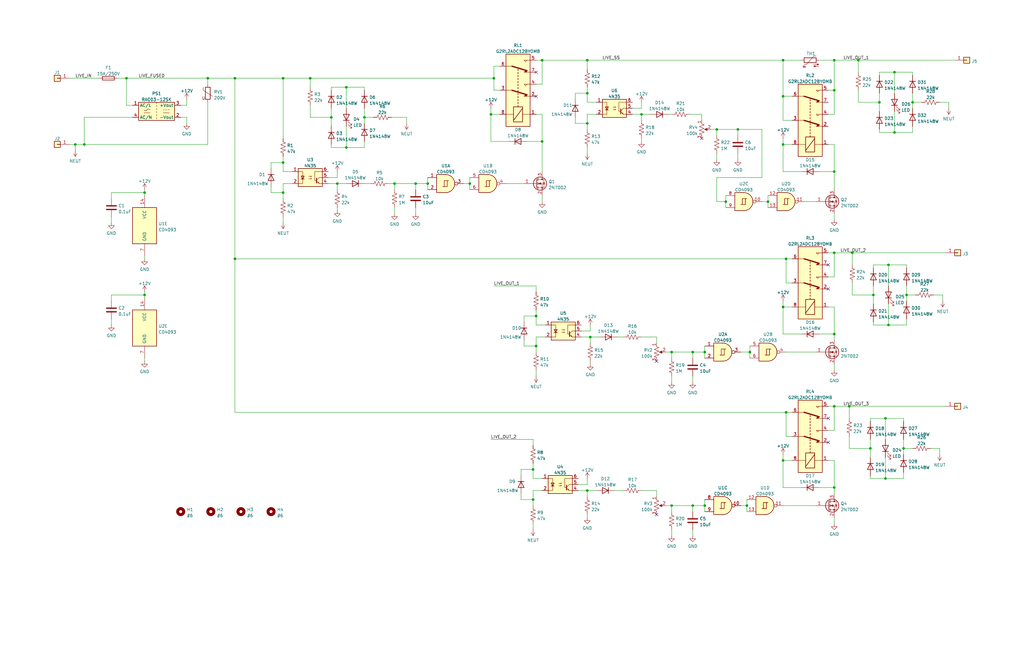
<source format=kicad_sch>
(kicad_sch (version 20211123) (generator eeschema)
  (paper "B")
  (junction (at 351.79 140.97))
  (junction (at 283.21 148.59))
  (junction (at 270.51 48.26))
  (junction (at 367.03 189.23))
  (junction (at 142.24 77.47))
  (junction (at 351.79 38.1))
  (junction (at 330.2 60.96))
  (junction (at 175.26 77.47))
  (junction (at 373.38 201.93))
  (junction (at 297.18 213.36))
  (junction (at 139.7 49.53))
  (junction (at 306.07 85.09))
  (junction (at 370.84 43.18))
  (junction (at 311.15 54.61))
  (junction (at 382.27 124.46))
  (junction (at 330.2 194.31))
  (junction (at 368.3 124.46))
  (junction (at 247.65 39.37))
  (junction (at 60.96 124.46))
  (junction (at 119.38 33.02))
  (junction (at 119.38 68.58))
  (junction (at 53.34 33.02))
  (junction (at 146.05 62.23))
  (junction (at 374.65 137.16))
  (junction (at 146.05 36.83))
  (junction (at 361.95 25.4))
  (junction (at 374.65 111.76))
  (junction (at 283.21 213.36))
  (junction (at 292.1 148.59))
  (junction (at 198.12 77.47))
  (junction (at 351.79 72.39))
  (junction (at 153.67 49.53))
  (junction (at 377.19 30.48))
  (junction (at 330.2 129.54))
  (junction (at 35.56 60.96))
  (junction (at 119.38 81.28))
  (junction (at 358.14 171.45))
  (junction (at 228.6 59.69))
  (junction (at 314.96 213.36))
  (junction (at 330.2 40.64))
  (junction (at 330.2 25.4))
  (junction (at 351.79 25.4))
  (junction (at 381 189.23))
  (junction (at 31.75 60.96))
  (junction (at 226.06 133.35))
  (junction (at 247.65 207.01))
  (junction (at 208.28 33.02))
  (junction (at 384.81 43.18))
  (junction (at 351.79 106.68))
  (junction (at 180.34 77.47))
  (junction (at 224.79 198.12))
  (junction (at 99.06 109.22))
  (junction (at 302.26 54.61))
  (junction (at 60.96 81.28))
  (junction (at 377.19 55.88))
  (junction (at 316.23 148.59))
  (junction (at 351.79 171.45))
  (junction (at 373.38 176.53))
  (junction (at 224.79 210.82))
  (junction (at 228.6 25.4))
  (junction (at 247.65 52.07))
  (junction (at 331.47 109.22))
  (junction (at 130.81 33.02))
  (junction (at 87.63 33.02))
  (junction (at 247.65 25.4))
  (junction (at 297.18 148.59))
  (junction (at 331.47 173.99))
  (junction (at 323.85 85.09))
  (junction (at 166.37 77.47))
  (junction (at 292.1 213.36))
  (junction (at 207.01 48.26))
  (junction (at 359.41 106.68))
  (junction (at 351.79 205.74))
  (junction (at 99.06 33.02))
  (junction (at 248.92 142.24))
  (junction (at 226.06 146.05))
  (no_connect (at 276.86 217.17))
  (no_connect (at 226.06 30.48))
  (no_connect (at 226.06 40.64))
  (no_connect (at 349.25 176.53))
  (no_connect (at 349.25 121.92))
  (no_connect (at 349.25 111.76))
  (no_connect (at 295.91 58.42))
  (no_connect (at 276.86 152.4))
  (no_connect (at 349.25 186.69))
  (wire (pts (xy 351.79 106.68) (xy 351.79 116.84)))
  (wire (pts (xy 247.65 217.17) (xy 247.65 218.44)))
  (wire (pts (xy 251.46 48.26) (xy 247.65 48.26)))
  (wire (pts (xy 358.14 171.45) (xy 398.78 171.45)))
  (wire (pts (xy 381 176.53) (xy 373.38 176.53)))
  (wire (pts (xy 142.24 72.39) (xy 142.24 74.93)))
  (wire (pts (xy 370.84 43.18) (xy 370.84 39.37)))
  (wire (pts (xy 60.96 107.95) (xy 60.96 109.22)))
  (wire (pts (xy 345.44 205.74) (xy 351.79 205.74)))
  (wire (pts (xy 370.84 30.48) (xy 377.19 30.48)))
  (wire (pts (xy 60.96 123.19) (xy 60.96 124.46)))
  (wire (pts (xy 119.38 66.04) (xy 119.38 68.58)))
  (wire (pts (xy 247.65 201.93) (xy 247.65 204.47)))
  (wire (pts (xy 377.19 46.99) (xy 377.19 55.88)))
  (wire (pts (xy 321.31 85.09) (xy 323.85 85.09)))
  (wire (pts (xy 153.67 38.1) (xy 153.67 36.83)))
  (wire (pts (xy 323.85 85.09) (xy 323.85 87.63)))
  (wire (pts (xy 374.65 137.16) (xy 382.27 137.16)))
  (wire (pts (xy 311.15 54.61) (xy 321.31 54.61)))
  (wire (pts (xy 311.15 64.77) (xy 311.15 67.31)))
  (wire (pts (xy 245.11 139.7) (xy 248.92 139.7)))
  (wire (pts (xy 153.67 77.47) (xy 156.21 77.47)))
  (wire (pts (xy 321.31 54.61) (xy 321.31 74.93)))
  (wire (pts (xy 146.05 62.23) (xy 153.67 62.23)))
  (wire (pts (xy 99.06 109.22) (xy 99.06 33.02)))
  (wire (pts (xy 312.42 148.59) (xy 316.23 148.59)))
  (wire (pts (xy 226.06 142.24) (xy 226.06 146.05)))
  (wire (pts (xy 53.34 33.02) (xy 87.63 33.02)))
  (wire (pts (xy 349.25 171.45) (xy 351.79 171.45)))
  (wire (pts (xy 349.25 48.26) (xy 351.79 48.26)))
  (wire (pts (xy 153.67 49.53) (xy 153.67 52.07)))
  (wire (pts (xy 247.65 43.18) (xy 251.46 43.18)))
  (wire (pts (xy 345.44 72.39) (xy 351.79 72.39)))
  (wire (pts (xy 384.81 30.48) (xy 377.19 30.48)))
  (wire (pts (xy 46.99 134.62) (xy 46.99 137.16)))
  (wire (pts (xy 119.38 33.02) (xy 130.81 33.02)))
  (wire (pts (xy 351.79 25.4) (xy 361.95 25.4)))
  (wire (pts (xy 60.96 124.46) (xy 46.99 124.46)))
  (wire (pts (xy 208.28 120.65) (xy 226.06 120.65)))
  (wire (pts (xy 224.79 201.93) (xy 228.6 201.93)))
  (wire (pts (xy 377.19 30.48) (xy 377.19 39.37)))
  (wire (pts (xy 226.06 48.26) (xy 228.6 48.26)))
  (wire (pts (xy 146.05 53.34) (xy 146.05 62.23)))
  (wire (pts (xy 60.96 80.01) (xy 60.96 81.28)))
  (wire (pts (xy 266.7 48.26) (xy 270.51 48.26)))
  (wire (pts (xy 311.15 54.61) (xy 302.26 54.61)))
  (wire (pts (xy 99.06 109.22) (xy 331.47 109.22)))
  (wire (pts (xy 119.38 81.28) (xy 119.38 83.82)))
  (wire (pts (xy 292.1 148.59) (xy 283.21 148.59)))
  (wire (pts (xy 359.41 124.46) (xy 359.41 119.38)))
  (wire (pts (xy 87.63 60.96) (xy 35.56 60.96)))
  (wire (pts (xy 384.81 43.18) (xy 384.81 45.72)))
  (wire (pts (xy 242.57 39.37) (xy 247.65 39.37)))
  (wire (pts (xy 248.92 142.24) (xy 248.92 144.78)))
  (wire (pts (xy 60.96 81.28) (xy 46.99 81.28)))
  (wire (pts (xy 334.01 184.15) (xy 331.47 184.15)))
  (wire (pts (xy 349.25 60.96) (xy 351.79 60.96)))
  (wire (pts (xy 367.03 189.23) (xy 367.03 185.42)))
  (wire (pts (xy 374.65 128.27) (xy 374.65 137.16)))
  (wire (pts (xy 367.03 193.04) (xy 367.03 189.23)))
  (wire (pts (xy 119.38 68.58) (xy 119.38 72.39)))
  (wire (pts (xy 276.86 207.01) (xy 276.86 209.55)))
  (wire (pts (xy 292.1 158.75) (xy 292.1 161.29)))
  (wire (pts (xy 55.88 44.45) (xy 53.34 44.45)))
  (wire (pts (xy 382.27 120.65) (xy 382.27 124.46)))
  (wire (pts (xy 226.06 146.05) (xy 226.06 148.59)))
  (wire (pts (xy 224.79 198.12) (xy 224.79 201.93)))
  (wire (pts (xy 368.3 111.76) (xy 374.65 111.76)))
  (wire (pts (xy 243.84 207.01) (xy 247.65 207.01)))
  (wire (pts (xy 311.15 57.15) (xy 311.15 54.61)))
  (wire (pts (xy 166.37 87.63) (xy 166.37 90.17)))
  (wire (pts (xy 210.82 48.26) (xy 207.01 48.26)))
  (wire (pts (xy 166.37 77.47) (xy 166.37 80.01)))
  (wire (pts (xy 175.26 77.47) (xy 180.34 77.47)))
  (wire (pts (xy 210.82 38.1) (xy 208.28 38.1)))
  (wire (pts (xy 292.1 215.9) (xy 292.1 213.36)))
  (wire (pts (xy 139.7 49.53) (xy 130.81 49.53)))
  (wire (pts (xy 368.3 128.27) (xy 368.3 124.46)))
  (wire (pts (xy 290.83 48.26) (xy 295.91 48.26)))
  (wire (pts (xy 163.83 77.47) (xy 166.37 77.47)))
  (wire (pts (xy 60.96 124.46) (xy 60.96 125.73)))
  (wire (pts (xy 382.27 111.76) (xy 374.65 111.76)))
  (wire (pts (xy 381 177.8) (xy 381 176.53)))
  (wire (pts (xy 78.74 41.91) (xy 78.74 44.45)))
  (wire (pts (xy 46.99 91.44) (xy 46.99 93.98)))
  (wire (pts (xy 373.38 201.93) (xy 367.03 201.93)))
  (wire (pts (xy 316.23 148.59) (xy 316.23 151.13)))
  (wire (pts (xy 171.45 49.53) (xy 171.45 52.07)))
  (wire (pts (xy 175.26 87.63) (xy 175.26 90.17)))
  (wire (pts (xy 247.65 36.83) (xy 247.65 39.37)))
  (wire (pts (xy 334.01 129.54) (xy 330.2 129.54)))
  (wire (pts (xy 208.28 38.1) (xy 208.28 33.02)))
  (wire (pts (xy 219.71 208.28) (xy 219.71 210.82)))
  (wire (pts (xy 361.95 30.48) (xy 361.95 25.4)))
  (wire (pts (xy 370.84 55.88) (xy 370.84 54.61)))
  (wire (pts (xy 46.99 81.28) (xy 46.99 83.82)))
  (wire (pts (xy 361.95 25.4) (xy 402.59 25.4)))
  (wire (pts (xy 138.43 77.47) (xy 142.24 77.47)))
  (wire (pts (xy 142.24 77.47) (xy 146.05 77.47)))
  (wire (pts (xy 139.7 38.1) (xy 139.7 36.83)))
  (wire (pts (xy 248.92 152.4) (xy 248.92 153.67)))
  (wire (pts (xy 331.47 148.59) (xy 344.17 148.59)))
  (wire (pts (xy 351.79 72.39) (xy 351.79 80.01)))
  (wire (pts (xy 175.26 77.47) (xy 166.37 77.47)))
  (wire (pts (xy 259.08 207.01) (xy 262.89 207.01)))
  (wire (pts (xy 175.26 80.01) (xy 175.26 77.47)))
  (wire (pts (xy 297.18 148.59) (xy 297.18 151.13)))
  (wire (pts (xy 87.63 43.18) (xy 87.63 60.96)))
  (wire (pts (xy 367.03 201.93) (xy 367.03 200.66)))
  (wire (pts (xy 224.79 207.01) (xy 224.79 210.82)))
  (wire (pts (xy 226.06 120.65) (xy 226.06 123.19)))
  (wire (pts (xy 99.06 173.99) (xy 331.47 173.99)))
  (wire (pts (xy 31.75 60.96) (xy 31.75 63.5)))
  (wire (pts (xy 198.12 74.93) (xy 198.12 77.47)))
  (wire (pts (xy 242.57 49.53) (xy 242.57 52.07)))
  (wire (pts (xy 351.79 106.68) (xy 359.41 106.68)))
  (wire (pts (xy 243.84 204.47) (xy 247.65 204.47)))
  (wire (pts (xy 373.38 176.53) (xy 373.38 185.42)))
  (wire (pts (xy 384.81 55.88) (xy 384.81 53.34)))
  (wire (pts (xy 297.18 213.36) (xy 297.18 215.9)))
  (wire (pts (xy 396.24 43.18) (xy 400.05 43.18)))
  (wire (pts (xy 351.79 153.67) (xy 351.79 156.21)))
  (wire (pts (xy 314.96 213.36) (xy 314.96 215.9)))
  (wire (pts (xy 374.65 137.16) (xy 368.3 137.16)))
  (wire (pts (xy 381 201.93) (xy 381 199.39)))
  (wire (pts (xy 323.85 82.55) (xy 323.85 85.09)))
  (wire (pts (xy 330.2 72.39) (xy 337.82 72.39)))
  (wire (pts (xy 345.44 25.4) (xy 351.79 25.4)))
  (wire (pts (xy 316.23 146.05) (xy 316.23 148.59)))
  (wire (pts (xy 270.51 142.24) (xy 276.86 142.24)))
  (wire (pts (xy 198.12 77.47) (xy 198.12 80.01)))
  (wire (pts (xy 139.7 53.34) (xy 139.7 49.53)))
  (wire (pts (xy 270.51 43.18) (xy 270.51 45.72)))
  (wire (pts (xy 146.05 36.83) (xy 146.05 45.72)))
  (wire (pts (xy 392.43 189.23) (xy 396.24 189.23)))
  (wire (pts (xy 119.38 77.47) (xy 119.38 81.28)))
  (wire (pts (xy 114.3 68.58) (xy 119.38 68.58)))
  (wire (pts (xy 207.01 45.72) (xy 207.01 48.26)))
  (wire (pts (xy 226.06 130.81) (xy 226.06 133.35)))
  (wire (pts (xy 123.19 77.47) (xy 119.38 77.47)))
  (wire (pts (xy 359.41 106.68) (xy 398.78 106.68)))
  (wire (pts (xy 361.95 43.18) (xy 361.95 38.1)))
  (wire (pts (xy 280.67 213.36) (xy 283.21 213.36)))
  (wire (pts (xy 99.06 109.22) (xy 99.06 173.99)))
  (wire (pts (xy 31.75 60.96) (xy 35.56 60.96)))
  (wire (pts (xy 153.67 49.53) (xy 157.48 49.53)))
  (wire (pts (xy 314.96 210.82) (xy 314.96 213.36)))
  (wire (pts (xy 53.34 44.45) (xy 53.34 33.02)))
  (wire (pts (xy 119.38 91.44) (xy 119.38 93.98)))
  (wire (pts (xy 180.34 77.47) (xy 180.34 80.01)))
  (wire (pts (xy 400.05 43.18) (xy 400.05 45.72)))
  (wire (pts (xy 247.65 39.37) (xy 247.65 43.18)))
  (wire (pts (xy 247.65 62.23) (xy 247.65 64.77)))
  (wire (pts (xy 384.81 39.37) (xy 384.81 43.18)))
  (wire (pts (xy 224.79 220.98) (xy 224.79 223.52)))
  (wire (pts (xy 367.03 177.8) (xy 367.03 176.53)))
  (wire (pts (xy 130.81 49.53) (xy 130.81 44.45)))
  (wire (pts (xy 270.51 48.26) (xy 274.32 48.26)))
  (wire (pts (xy 242.57 52.07) (xy 247.65 52.07)))
  (wire (pts (xy 349.25 181.61) (xy 351.79 181.61)))
  (wire (pts (xy 224.79 210.82) (xy 224.79 213.36)))
  (wire (pts (xy 139.7 49.53) (xy 139.7 45.72)))
  (wire (pts (xy 330.2 191.77) (xy 330.2 194.31)))
  (wire (pts (xy 381 189.23) (xy 381 191.77)))
  (wire (pts (xy 349.25 38.1) (xy 351.79 38.1)))
  (wire (pts (xy 351.79 60.96) (xy 351.79 72.39)))
  (wire (pts (xy 334.01 119.38) (xy 331.47 119.38)))
  (wire (pts (xy 312.42 213.36) (xy 314.96 213.36)))
  (wire (pts (xy 226.06 156.21) (xy 226.06 158.75)))
  (wire (pts (xy 351.79 90.17) (xy 351.79 92.71)))
  (wire (pts (xy 228.6 82.55) (xy 228.6 85.09)))
  (wire (pts (xy 382.27 124.46) (xy 382.27 127)))
  (wire (pts (xy 377.19 55.88) (xy 384.81 55.88)))
  (wire (pts (xy 349.25 194.31) (xy 351.79 194.31)))
  (wire (pts (xy 351.79 218.44) (xy 351.79 220.98)))
  (wire (pts (xy 330.2 40.64) (xy 334.01 40.64)))
  (wire (pts (xy 331.47 173.99) (xy 331.47 184.15)))
  (wire (pts (xy 330.2 213.36) (xy 344.17 213.36)))
  (wire (pts (xy 87.63 33.02) (xy 87.63 35.56)))
  (wire (pts (xy 381 189.23) (xy 384.81 189.23)))
  (wire (pts (xy 180.34 74.93) (xy 180.34 77.47)))
  (wire (pts (xy 292.1 213.36) (xy 283.21 213.36)))
  (wire (pts (xy 78.74 49.53) (xy 78.74 52.07)))
  (wire (pts (xy 373.38 201.93) (xy 381 201.93)))
  (wire (pts (xy 153.67 62.23) (xy 153.67 59.69)))
  (wire (pts (xy 351.79 171.45) (xy 358.14 171.45)))
  (wire (pts (xy 46.99 124.46) (xy 46.99 127)))
  (wire (pts (xy 29.21 60.96) (xy 31.75 60.96)))
  (wire (pts (xy 396.24 189.23) (xy 396.24 191.77)))
  (wire (pts (xy 114.3 78.74) (xy 114.3 81.28)))
  (wire (pts (xy 283.21 213.36) (xy 283.21 215.9)))
  (wire (pts (xy 224.79 185.42) (xy 224.79 187.96)))
  (wire (pts (xy 130.81 33.02) (xy 130.81 36.83)))
  (wire (pts (xy 153.67 45.72) (xy 153.67 49.53)))
  (wire (pts (xy 276.86 142.24) (xy 276.86 144.78)))
  (wire (pts (xy 331.47 109.22) (xy 331.47 119.38)))
  (wire (pts (xy 330.2 40.64) (xy 330.2 50.8)))
  (wire (pts (xy 330.2 50.8) (xy 334.01 50.8)))
  (wire (pts (xy 248.92 142.24) (xy 252.73 142.24)))
  (wire (pts (xy 60.96 151.13) (xy 60.96 152.4)))
  (wire (pts (xy 226.06 35.56) (xy 228.6 35.56)))
  (wire (pts (xy 330.2 140.97) (xy 337.82 140.97)))
  (wire (pts (xy 165.1 49.53) (xy 171.45 49.53)))
  (wire (pts (xy 220.98 135.89) (xy 220.98 133.35)))
  (wire (pts (xy 377.19 55.88) (xy 370.84 55.88)))
  (wire (pts (xy 76.2 49.53) (xy 78.74 49.53)))
  (wire (pts (xy 330.2 127) (xy 330.2 129.54)))
  (wire (pts (xy 281.94 48.26) (xy 283.21 48.26)))
  (wire (pts (xy 368.3 124.46) (xy 359.41 124.46)))
  (wire (pts (xy 270.51 58.42) (xy 270.51 59.69)))
  (wire (pts (xy 142.24 77.47) (xy 142.24 80.01)))
  (wire (pts (xy 228.6 25.4) (xy 228.6 35.56)))
  (wire (pts (xy 292.1 148.59) (xy 297.18 148.59)))
  (wire (pts (xy 306.07 85.09) (xy 306.07 87.63)))
  (wire (pts (xy 330.2 72.39) (xy 330.2 60.96)))
  (wire (pts (xy 368.3 113.03) (xy 368.3 111.76)))
  (wire (pts (xy 382.27 124.46) (xy 386.08 124.46)))
  (wire (pts (xy 280.67 148.59) (xy 283.21 148.59)))
  (wire (pts (xy 349.25 116.84) (xy 351.79 116.84)))
  (wire (pts (xy 207.01 59.69) (xy 214.63 59.69)))
  (wire (pts (xy 228.6 48.26) (xy 228.6 59.69)))
  (wire (pts (xy 114.3 81.28) (xy 119.38 81.28)))
  (wire (pts (xy 207.01 185.42) (xy 224.79 185.42)))
  (wire (pts (xy 295.91 48.26) (xy 295.91 50.8)))
  (wire (pts (xy 384.81 43.18) (xy 388.62 43.18)))
  (wire (pts (xy 283.21 148.59) (xy 283.21 151.13)))
  (wire (pts (xy 229.87 142.24) (xy 226.06 142.24)))
  (wire (pts (xy 330.2 25.4) (xy 330.2 40.64)))
  (wire (pts (xy 330.2 140.97) (xy 330.2 129.54)))
  (wire (pts (xy 292.1 151.13) (xy 292.1 148.59)))
  (wire (pts (xy 219.71 198.12) (xy 224.79 198.12)))
  (wire (pts (xy 208.28 33.02) (xy 208.28 27.94)))
  (wire (pts (xy 302.26 74.93) (xy 302.26 85.09)))
  (wire (pts (xy 297.18 210.82) (xy 297.18 213.36)))
  (wire (pts (xy 49.53 33.02) (xy 53.34 33.02)))
  (wire (pts (xy 297.18 146.05) (xy 297.18 148.59)))
  (wire (pts (xy 374.65 111.76) (xy 374.65 120.65)))
  (wire (pts (xy 247.65 48.26) (xy 247.65 52.07)))
  (wire (pts (xy 153.67 36.83) (xy 146.05 36.83)))
  (wire (pts (xy 220.98 133.35) (xy 226.06 133.35)))
  (wire (pts (xy 247.65 52.07) (xy 247.65 54.61)))
  (wire (pts (xy 397.51 124.46) (xy 397.51 127)))
  (wire (pts (xy 330.2 205.74) (xy 330.2 194.31)))
  (wire (pts (xy 358.14 176.53) (xy 358.14 171.45)))
  (wire (pts (xy 384.81 31.75) (xy 384.81 30.48)))
  (wire (pts (xy 370.84 43.18) (xy 361.95 43.18)))
  (wire (pts (xy 283.21 223.52) (xy 283.21 226.06)))
  (wire (pts (xy 334.01 60.96) (xy 330.2 60.96)))
  (wire (pts (xy 226.06 133.35) (xy 226.06 137.16)))
  (wire (pts (xy 248.92 137.16) (xy 248.92 139.7)))
  (wire (pts (xy 87.63 33.02) (xy 99.06 33.02)))
  (wire (pts (xy 368.3 137.16) (xy 368.3 135.89)))
  (wire (pts (xy 35.56 60.96) (xy 35.56 49.53)))
  (wire (pts (xy 370.84 31.75) (xy 370.84 30.48)))
  (wire (pts (xy 139.7 36.83) (xy 146.05 36.83)))
  (wire (pts (xy 35.56 49.53) (xy 55.88 49.53)))
  (wire (pts (xy 119.38 33.02) (xy 119.38 58.42)))
  (wire (pts (xy 245.11 142.24) (xy 248.92 142.24)))
  (wire (pts (xy 381 185.42) (xy 381 189.23)))
  (wire (pts (xy 270.51 48.26) (xy 270.51 50.8)))
  (wire (pts (xy 393.7 124.46) (xy 397.51 124.46)))
  (wire (pts (xy 368.3 124.46) (xy 368.3 120.65)))
  (wire (pts (xy 331.47 173.99) (xy 334.01 173.99)))
  (wire (pts (xy 373.38 193.04) (xy 373.38 201.93)))
  (wire (pts (xy 228.6 207.01) (xy 224.79 207.01)))
  (wire (pts (xy 283.21 158.75) (xy 283.21 161.29)))
  (wire (pts (xy 292.1 213.36) (xy 297.18 213.36)))
  (wire (pts (xy 242.57 41.91) (xy 242.57 39.37)))
  (wire (pts (xy 207.01 59.69) (xy 207.01 48.26)))
  (wire (pts (xy 270.51 207.01) (xy 276.86 207.01)))
  (wire (pts (xy 228.6 59.69) (xy 228.6 72.39)))
  (wire (pts (xy 260.35 142.24) (xy 262.89 142.24)))
  (wire (pts (xy 382.27 137.16) (xy 382.27 134.62)))
  (wire (pts (xy 367.03 189.23) (xy 358.14 189.23)))
  (wire (pts (xy 331.47 109.22) (xy 334.01 109.22)))
  (wire (pts (xy 266.7 45.72) (xy 270.51 45.72)))
  (wire (pts (xy 321.31 74.93) (xy 302.26 74.93)))
  (wire (pts (xy 351.79 25.4) (xy 351.79 38.1)))
  (wire (pts (xy 306.07 82.55) (xy 306.07 85.09)))
  (wire (pts (xy 219.71 210.82) (xy 224.79 210.82)))
  (wire (pts (xy 219.71 200.66) (xy 219.71 198.12)))
  (wire (pts (xy 292.1 223.52) (xy 292.1 226.06)))
  (wire (pts (xy 130.81 33.02) (xy 208.28 33.02)))
  (wire (pts (xy 208.28 27.94) (xy 210.82 27.94)))
  (wire (pts (xy 195.58 77.47) (xy 198.12 77.47)))
  (wire (pts (xy 299.72 54.61) (xy 302.26 54.61)))
  (wire (pts (xy 302.26 54.61) (xy 302.26 57.15)))
  (wire (pts (xy 247.65 207.01) (xy 247.65 209.55)))
  (wire (pts (xy 139.7 62.23) (xy 139.7 60.96)))
  (wire (pts (xy 146.05 62.23) (xy 139.7 62.23)))
  (wire (pts (xy 334.01 194.31) (xy 330.2 194.31)))
  (wire (pts (xy 351.79 205.74) (xy 351.79 208.28)))
  (wire (pts (xy 226.06 137.16) (xy 229.87 137.16)))
  (wire (pts (xy 367.03 176.53) (xy 373.38 176.53)))
  (wire (pts (xy 247.65 207.01) (xy 251.46 207.01)))
  (wire (pts (xy 349.25 129.54) (xy 351.79 129.54)))
  (wire (pts (xy 337.82 25.4) (xy 330.2 25.4)))
  (wire (pts (xy 359.41 111.76) (xy 359.41 106.68)))
  (wire (pts (xy 142.24 87.63) (xy 142.24 88.9)))
  (wire (pts (xy 213.36 77.47) (xy 220.98 77.47)))
  (wire (pts (xy 222.25 59.69) (xy 228.6 59.69)))
  (wire (pts (xy 302.26 64.77) (xy 302.26 67.31)))
  (wire (pts (xy 358.14 189.23) (xy 358.14 184.15)))
  (wire (pts (xy 76.2 44.45) (xy 78.74 44.45)))
  (wire (pts (xy 351.79 194.31) (xy 351.79 205.74)))
  (wire (pts (xy 339.09 85.09) (xy 344.17 85.09)))
  (wire (pts (xy 119.38 72.39) (xy 123.19 72.39)))
  (wire (pts (xy 224.79 195.58) (xy 224.79 198.12)))
  (wire (pts (xy 351.79 140.97) (xy 351.79 143.51)))
  (wire (pts (xy 330.2 58.42) (xy 330.2 60.96)))
  (wire (pts (xy 247.65 25.4) (xy 247.65 29.21)))
  (wire (pts (xy 220.98 143.51) (xy 220.98 146.05)))
  (wire (pts (xy 247.65 25.4) (xy 330.2 25.4)))
  (wire (pts (xy 226.06 25.4) (xy 228.6 25.4)))
  (wire (pts (xy 29.21 33.02) (xy 41.91 33.02)))
  (wire (pts (xy 228.6 25.4) (xy 247.65 25.4)))
  (wire (pts (xy 345.44 140.97) (xy 351.79 140.97)))
  (wire (pts (xy 330.2 205.74) (xy 337.82 205.74)))
  (wire (pts (xy 138.43 74.93) (xy 142.24 74.93)))
  (wire (pts (xy 114.3 71.12) (xy 114.3 68.58)))
  (wire (pts (xy 370.84 46.99) (xy 370.84 43.18)))
  (wire (pts (xy 349.25 106.68) (xy 351.79 106.68)))
  (wire (pts (xy 351.79 129.54) (xy 351.79 140.97)))
  (wire (pts (xy 351.79 171.45) (xy 351.79 181.61)))
  (wire (pts (xy 99.06 33.02) (xy 119.38 33.02)))
  (wire (pts (xy 60.96 81.28) (xy 60.96 82.55)))
  (wire (pts (xy 382.27 113.03) (xy 382.27 111.76)))
  (wire (pts (xy 302.26 85.09) (xy 306.07 85.09)))
  (wire (pts (xy 351.79 38.1) (xy 351.79 48.26)))
  (wire (pts (xy 220.98 146.05) (xy 226.06 146.05)))
  (label "LIVE_IN" (at 31.75 33.02 0))
  (label "LIVE_OUT_3" (at 355.6 171.45 0))
  (label "LIVE_FUSED" (at 58.42 33.02 0))
  (label "LIVE_SS" (at 254 25.4 0))
  (label "LIVE_OUT_2" (at 207.01 185.42 0))
  (label "LIVE_OUT_2" (at 354.33 106.68 0))
  (label "LIVE_OUT_1" (at 355.6 25.4 0))
  (label "LIVE_OUT_1" (at 208.28 120.65 0))
  (symbol (lib_id "Device:R_US") (at 224.79 217.17 0) (unit 1)
    (property "Reference" "R9" (at 226.441 216.3353 0) (effects (justify left)))
    (property "Value" "47k" (at 226.441 218.8722 0) (effects (justify left)))
    (property "Footprint" "Resistor_SMD:R_1206_3216Metric" (effects hide))
  )
  (symbol (lib_id "Diode:1N4148W") (at 114.3 74.93 270) (unit 1)
    (property "Reference" "D1" (at 109.22 73.66 90) (effects (justify left)))
    (property "Value" "1N4148W" (at 104.14 77.47 90) (effects (justify left)))
    (property "Footprint" "Diode_SMD:D_SOD-123" (effects hide))
    (property "Datasheet" "https://www.vishay.com/docs/85748/1n4148w.pdf" (effects hide))
  )
  (symbol (lib_id "Isolator:4N35") (at 237.49 139.7 0) (unit 1)
    (property "Reference" "U5" (at 237.49 132.1902 0))
    (property "Value" "4N35" (at 237.49 134.7271 0))
    (property "Footprint" "Package_DIP:DIP-6_W7.62mm" (effects hide))
    (property "Datasheet" "https://www.vishay.com/docs/81181/4n35.pdf" (effects hide))
  )
  (symbol (lib_id "Device:R_US") (at 392.43 43.18 90) (unit 1)
    (property "Reference" "R28" (at 392.43 38.5912 90))
    (property "Value" "22k" (at 392.43 41.1281 90))
    (property "Footprint" "Resistor_SMD:R_1206_3216Metric" (effects hide))
  )
  (symbol (lib_id "Diode:1N4148W") (at 278.13 48.26 180) (unit 1)
    (property "Reference" "D14" (at 278.13 43.2902 0))
    (property "Value" "1N4148W" (at 278.13 45.8271 0))
    (property "Footprint" "Diode_SMD:D_SOD-123" (effects hide))
    (property "Datasheet" "https://www.vishay.com/docs/85748/1n4148w.pdf" (effects hide))
  )
  (symbol (lib_id "Diode:1N4148W") (at 341.63 72.39 0) (unit 1)
    (property "Reference" "D15" (at 341.63 67.4202 0))
    (property "Value" "1N4148W" (at 341.63 69.9571 0))
    (property "Footprint" "Diode_SMD:D_SOD-123" (effects hide))
    (property "Datasheet" "https://www.vishay.com/docs/85748/1n4148w.pdf" (effects hide))
  )
  (symbol (lib_id "power:+12V") (at 270.51 43.18 0) (unit 1)
    (property "Reference" "#PWR025" (effects hide))
    (property "Value" "+12V" (at 270.51 39.6042 0))
  )
  (symbol (lib_id "Diode:1N4148W") (at 382.27 116.84 270) (unit 1)
    (property "Reference" "D29" (at 384.302 116.0053 90) (effects (justify left)))
    (property "Value" "1N4148W" (at 384.302 118.5422 90) (effects (justify left)))
    (property "Footprint" "Diode_SMD:D_SOD-123" (effects hide))
    (property "Datasheet" "https://www.vishay.com/docs/85748/1n4148w.pdf" (effects hide))
  )
  (symbol (lib_id "power:GND") (at 351.79 92.71 0) (unit 1)
    (property "Reference" "#PWR036" (effects hide))
    (property "Value" "GND" (at 351.79 97.1534 0))
  )
  (symbol (lib_id "power:GND") (at 166.37 90.17 0) (unit 1)
    (property "Reference" "#PWR013" (effects hide))
    (property "Value" "GND" (at 166.37 94.6134 0))
  )
  (symbol (lib_id "power:NEUT") (at 396.24 191.77 180) (unit 1)
    (property "Reference" "#PWR039" (effects hide))
    (property "Value" "NEUT" (at 396.24 196.2134 0))
  )
  (symbol (lib_id "power:+12V") (at 78.74 41.91 0) (unit 1)
    (property "Reference" "#PWR08" (effects hide))
    (property "Value" "+12V" (at 78.74 38.3342 0))
  )
  (symbol (lib_id "Device:R_US") (at 266.7 207.01 90) (unit 1)
    (property "Reference" "R17" (at 266.7 202.4212 90))
    (property "Value" "10k" (at 266.7 204.9581 90))
    (property "Footprint" "Resistor_SMD:R_0805_2012Metric" (effects hide))
  )
  (symbol (lib_id "Device:LED") (at 146.05 49.53 90) (unit 1)
    (property "Reference" "D4" (at 148.971 50.2828 90) (effects (justify right)))
    (property "Value" "LED" (at 148.971 52.8197 90) (effects (justify right)))
    (property "Footprint" "LED_THT:LED_D5.0mm" (effects hide))
  )
  (symbol (lib_id "Device:R_US") (at 359.41 115.57 0) (unit 1)
    (property "Reference" "R24" (at 361.061 114.7353 0) (effects (justify left)))
    (property "Value" "22k" (at 361.061 117.2722 0) (effects (justify left)))
    (property "Footprint" "Resistor_SMD:R_1206_3216Metric" (effects hide))
  )
  (symbol (lib_id "power:NEUT") (at 31.75 63.5 180) (unit 1)
    (property "Reference" "#PWR01" (effects hide))
    (property "Value" "NEUT" (at 31.75 67.9434 0))
  )
  (symbol (lib_id "Transistor_FET:2N7002") (at 226.06 77.47 0) (unit 1)
    (property "Reference" "Q1" (at 231.267 76.6353 0) (effects (justify left)))
    (property "Value" "2N7002" (at 231.267 79.1722 0) (effects (justify left)))
    (property "Footprint" "Repowered_TO-SOT-SMD:SOT-23" (effects hide))
    (property "Datasheet" "https://www.onsemi.com/pub/Collateral/NDS7002A-D.PDF" (effects hide))
  )
  (symbol (lib_id "power:GND") (at 78.74 52.07 0) (unit 1)
    (property "Reference" "#PWR09" (effects hide))
    (property "Value" "GND" (at 78.74 56.5134 0))
  )
  (symbol (lib_id "power:GND") (at 351.79 220.98 0) (unit 1)
    (property "Reference" "#PWR038" (effects hide))
    (property "Value" "GND" (at 351.79 225.4234 0))
  )
  (symbol (lib_id "Device:R_US") (at 119.38 87.63 0) (unit 1)
    (property "Reference" "R2" (at 121.031 86.7953 0) (effects (justify left)))
    (property "Value" "47k" (at 121.031 89.3322 0) (effects (justify left)))
    (property "Footprint" "Resistor_SMD:R_1206_3216Metric" (effects hide))
  )
  (symbol (lib_id "Connector_Generic:Conn_01x01") (at 24.13 33.02 180) (unit 1)
    (property "Reference" "J1" (at 24.13 30.5872 0))
    (property "Value" "Conn_01x01" (effects hide))
    (property "Footprint" "Repowered_Connectors:TE_Connectivity_63824-1" (effects hide))
  )
  (symbol (lib_id "Diode:1N4148W") (at 384.81 49.53 270) (unit 1)
    (property "Reference" "D32" (at 386.842 48.6953 90) (effects (justify left)))
    (property "Value" "1N4148W" (at 386.842 51.2322 90) (effects (justify left)))
    (property "Footprint" "Diode_SMD:D_SOD-123" (effects hide))
    (property "Datasheet" "https://www.vishay.com/docs/85748/1n4148w.pdf" (effects hide))
  )
  (symbol (lib_id "Device:LED") (at 374.65 124.46 90) (unit 1)
    (property "Reference" "D25" (at 377.571 125.2128 90) (effects (justify right)))
    (property "Value" "LED" (at 377.571 127.7497 90) (effects (justify right)))
    (property "Footprint" "LED_THT:LED_D5.0mm" (effects hide))
  )
  (symbol (lib_id "Mechanical:MountingHole") (at 114.3 215.9 0) (unit 1)
    (property "Reference" "H4" (at 116.84 215.0653 0) (effects (justify left)))
    (property "Value" "#6" (at 116.84 217.6022 0) (effects (justify left)))
    (property "Footprint" "MountingHole:MountingHole_3.7mm" (effects hide))
  )
  (symbol (lib_id "Diode:1N4148W") (at 381 195.58 270) (unit 1)
    (property "Reference" "D28" (at 383.032 194.7453 90) (effects (justify left)))
    (property "Value" "1N4148W" (at 383.032 197.2822 90) (effects (justify left)))
    (property "Footprint" "Diode_SMD:D_SOD-123" (effects hide))
    (property "Datasheet" "https://www.vishay.com/docs/85748/1n4148w.pdf" (effects hide))
  )
  (symbol (lib_id "Connector_Generic:Conn_01x01") (at 407.67 25.4 0) (unit 1)
    (property "Reference" "J5" (at 409.702 25.8338 0) (effects (justify left)))
    (property "Value" "Conn_01x01" (effects hide))
    (property "Footprint" "Repowered_Connectors:TE_Connectivity_63824-1" (effects hide))
  )
  (symbol (lib_id "power:GND") (at 311.15 67.31 0) (unit 1)
    (property "Reference" "#PWR032" (effects hide))
    (property "Value" "GND" (at 311.15 71.7534 0))
  )
  (symbol (lib_id "Diode:1N4148W") (at 153.67 55.88 270) (unit 1)
    (property "Reference" "D7" (at 155.702 55.0453 90) (effects (justify left)))
    (property "Value" "1N4148W" (at 155.702 57.5822 90) (effects (justify left)))
    (property "Footprint" "Diode_SMD:D_SOD-123" (effects hide))
    (property "Datasheet" "https://www.vishay.com/docs/85748/1n4148w.pdf" (effects hide))
  )
  (symbol (lib_id "Diode:1N4148W") (at 153.67 41.91 270) (unit 1)
    (property "Reference" "D6" (at 155.702 41.0753 90) (effects (justify left)))
    (property "Value" "1N4148W" (at 155.702 43.6122 90) (effects (justify left)))
    (property "Footprint" "Diode_SMD:D_SOD-123" (effects hide))
    (property "Datasheet" "https://www.vishay.com/docs/85748/1n4148w.pdf" (effects hide))
  )
  (symbol (lib_id "Diode:1N4148W") (at 367.03 181.61 270) (unit 1)
    (property "Reference" "D18" (at 369.062 180.7753 90) (effects (justify left)))
    (property "Value" "1N4148W" (at 369.062 183.3122 90) (effects (justify left)))
    (property "Footprint" "Diode_SMD:D_SOD-123" (effects hide))
    (property "Datasheet" "https://www.vishay.com/docs/85748/1n4148w.pdf" (effects hide))
  )
  (symbol (lib_id "power:+12V") (at 60.96 80.01 0) (unit 1)
    (property "Reference" "#PWR04" (effects hide))
    (property "Value" "+12V" (at 60.96 76.4342 0))
  )
  (symbol (lib_id "Device:R_US") (at 361.95 34.29 0) (unit 1)
    (property "Reference" "R25" (at 363.601 33.4553 0) (effects (justify left)))
    (property "Value" "22k" (at 363.601 35.9922 0) (effects (justify left)))
    (property "Footprint" "Resistor_SMD:R_1206_3216Metric" (effects hide))
  )
  (symbol (lib_id "Transistor_FET:2N7002") (at 349.25 148.59 0) (unit 1)
    (property "Reference" "Q3" (at 354.457 147.7553 0) (effects (justify left)))
    (property "Value" "2N7002" (at 354.457 150.2922 0) (effects (justify left)))
    (property "Footprint" "Repowered_TO-SOT-SMD:SOT-23" (effects hide))
    (property "Datasheet" "https://www.onsemi.com/pub/Collateral/NDS7002A-D.PDF" (effects hide))
  )
  (symbol (lib_id "Relay:G2RL-2-DC12") (at 218.44 38.1 270) (mirror x) (unit 1)
    (property "Reference" "RL1" (at 218.44 19.1602 90))
    (property "Value" "G2RL2ADC12BYOMB" (at 218.44 21.6971 90))
    (property "Footprint" "Relay_THT:Relay_DPDT_Omron_G2RL" (effects hide))
    (property "Datasheet" "https://omronfs.omron.com/en_US/ecb/products/pdf/en-g2rl.pdf" (effects hide))
    (property "MFG_PN" "G2RL2ADC12BYOMB" (effects hide))
  )
  (symbol (lib_id "Recom:RAC03-12SK") (at 66.04 46.99 0) (unit 1)
    (property "Reference" "PS1" (at 66.04 39.4802 0))
    (property "Value" "RAC03-12SK" (at 66.04 42.0171 0))
    (property "Footprint" "Repowered_Modules:RAC03-K" (effects hide))
    (property "Datasheet" "https://recom-power.com/pdf/Powerline_AC-DC/RAC03-K.pdf" (effects hide))
    (property "MFG_PN" "RAC03-12SK" (effects hide))
    (property "Description" "AC/DC CONVERTER 12V 3W" (effects hide))
  )
  (symbol (lib_id "Diode:1N4148W") (at 384.81 35.56 270) (unit 1)
    (property "Reference" "D31" (at 386.842 34.7253 90) (effects (justify left)))
    (property "Value" "1N4148W" (at 386.842 37.2622 90) (effects (justify left)))
    (property "Footprint" "Diode_SMD:D_SOD-123" (effects hide))
    (property "Datasheet" "https://www.vishay.com/docs/85748/1n4148w.pdf" (effects hide))
  )
  (symbol (lib_id "power:+12V") (at 207.01 45.72 0) (unit 1)
    (property "Reference" "#PWR016" (effects hide))
    (property "Value" "+12V" (at 207.01 42.1442 0))
  )
  (symbol (lib_id "Transistor_FET:2N7002") (at 349.25 85.09 0) (unit 1)
    (property "Reference" "Q2" (at 354.457 84.2553 0) (effects (justify left)))
    (property "Value" "2N7002" (at 354.457 86.7922 0) (effects (justify left)))
    (property "Footprint" "Repowered_TO-SOT-SMD:SOT-23" (effects hide))
    (property "Datasheet" "https://www.onsemi.com/pub/Collateral/NDS7002A-D.PDF" (effects hide))
  )
  (symbol (lib_id "Device:R_Potentiometer_US") (at 276.86 213.36 0) (unit 1)
    (property "Reference" "RV3" (at 275.2091 212.5253 0) (effects (justify right)))
    (property "Value" "100k" (at 275.2091 215.0622 0) (effects (justify right)))
    (property "Footprint" "Repowered_Potentiometers_THT:Potentiometer_Bourns_3386P_Vertical" (effects hide))
  )
  (symbol (lib_id "Device:LED") (at 373.38 189.23 90) (unit 1)
    (property "Reference" "D24" (at 376.301 189.9828 90) (effects (justify right)))
    (property "Value" "LED" (at 376.301 192.5197 90) (effects (justify right)))
    (property "Footprint" "LED_THT:LED_D5.0mm" (effects hide))
  )
  (symbol (lib_id "Device:R_US") (at 247.65 58.42 0) (unit 1)
    (property "Reference" "R13" (at 249.301 57.5853 0) (effects (justify left)))
    (property "Value" "47k" (at 249.301 60.1222 0) (effects (justify left)))
    (property "Footprint" "Resistor_SMD:R_1206_3216Metric" (effects hide))
  )
  (symbol (lib_id "power:NEUT") (at 226.06 158.75 180) (unit 1)
    (property "Reference" "#PWR018" (effects hide))
    (property "Value" "NEUT" (at 226.06 163.1934 0))
  )
  (symbol (lib_id "Diode:1N4148W") (at 368.3 132.08 270) (unit 1)
    (property "Reference" "D21" (at 370.332 131.2453 90) (effects (justify left)))
    (property "Value" "1N4148W" (at 370.332 133.7822 90) (effects (justify left)))
    (property "Footprint" "Diode_SMD:D_SOD-123" (effects hide))
    (property "Datasheet" "https://www.vishay.com/docs/85748/1n4148w.pdf" (effects hide))
  )
  (symbol (lib_id "power:GND") (at 351.79 156.21 0) (unit 1)
    (property "Reference" "#PWR037" (effects hide))
    (property "Value" "GND" (at 351.79 160.6534 0))
  )
  (symbol (lib_id "Device:Varistor") (at 87.63 39.37 0) (unit 1)
    (property "Reference" "RV1" (at 90.17 38.7885 0) (effects (justify left)))
    (property "Value" "200V" (at 90.17 41.3254 0) (effects (justify left)))
    (property "Footprint" "Varistor:RV_Disc_D12mm_W3.9mm_P7.5mm" (effects hide))
    (property "MFG_PN" "MOV-10D201KTR" (effects hide))
  )
  (symbol (lib_id "Diode:1N4148W") (at 370.84 35.56 270) (unit 1)
    (property "Reference" "D22" (at 372.872 34.7253 90) (effects (justify left)))
    (property "Value" "1N4148W" (at 372.872 37.2622 90) (effects (justify left)))
    (property "Footprint" "Diode_SMD:D_SOD-123" (effects hide))
    (property "Datasheet" "https://www.vishay.com/docs/85748/1n4148w.pdf" (effects hide))
  )
  (symbol (lib_id "Device:R_US") (at 388.62 189.23 90) (unit 1)
    (property "Reference" "R26" (at 388.62 184.6412 90))
    (property "Value" "22k" (at 388.62 187.1781 90))
    (property "Footprint" "Resistor_SMD:R_1206_3216Metric" (effects hide))
  )
  (symbol (lib_id "power:NEUT") (at 400.05 45.72 180) (unit 1)
    (property "Reference" "#PWR041" (effects hide))
    (property "Value" "NEUT" (at 400.05 50.1634 0))
  )
  (symbol (lib_id "4xxx:HEF4093B") (at 323.85 148.59 0) (unit 2)
    (property "Reference" "U2" (at 323.85 141.0802 0))
    (property "Value" "CD4093" (at 323.85 143.6171 0))
    (property "Footprint" "Package_SO:SOIC-14_3.9x8.7mm_P1.27mm" (effects hide))
    (property "Datasheet" "https://assets.nexperia.com/documents/data-sheet/HEF4093B.pdf" (effects hide))
  )
  (symbol (lib_id "power:GND") (at 270.51 59.69 0) (unit 1)
    (property "Reference" "#PWR026" (effects hide))
    (property "Value" "GND" (at 270.51 64.1334 0))
  )
  (symbol (lib_id "power:GND") (at 142.24 88.9 0) (unit 1)
    (property "Reference" "#PWR012" (effects hide))
    (property "Value" "GND" (at 142.24 93.3434 0))
  )
  (symbol (lib_id "Device:R_US") (at 266.7 142.24 90) (unit 1)
    (property "Reference" "R16" (at 266.7 137.6512 90))
    (property "Value" "10k" (at 266.7 140.1881 90))
    (property "Footprint" "Resistor_SMD:R_0805_2012Metric" (effects hide))
  )
  (symbol (lib_id "power:NEUT") (at 171.45 52.07 180) (unit 1)
    (property "Reference" "#PWR014" (effects hide))
    (property "Value" "NEUT" (at 171.45 56.5134 0))
  )
  (symbol (lib_id "4xxx:HEF4093B") (at 187.96 77.47 0) (unit 1)
    (property "Reference" "U1" (at 187.96 69.9602 0))
    (property "Value" "CD4093" (at 187.96 72.4971 0))
    (property "Footprint" "Package_SO:SOIC-14_3.9x8.7mm_P1.27mm" (effects hide))
    (property "Datasheet" "https://assets.nexperia.com/documents/data-sheet/HEF4093B.pdf" (effects hide))
  )
  (symbol (lib_id "power:GND") (at 292.1 161.29 0) (unit 1)
    (property "Reference" "#PWR029" (effects hide))
    (property "Value" "GND" (at 292.1 165.7334 0))
  )
  (symbol (lib_id "Device:Fuse") (at 45.72 33.02 90) (unit 1)
    (property "Reference" "F1" (at 45.72 28.5582 90))
    (property "Value" "15A/250V" (at 45.72 31.0951 90))
    (property "Footprint" "Fuse:Fuseholder_Littelfuse_100_series_5x20mm" (effects hide))
  )
  (symbol (lib_id "Diode:1N4148W") (at 382.27 130.81 270) (unit 1)
    (property "Reference" "D30" (at 384.302 129.9753 90) (effects (justify left)))
    (property "Value" "1N4148W" (at 384.302 132.5122 90) (effects (justify left)))
    (property "Footprint" "Diode_SMD:D_SOD-123" (effects hide))
    (property "Datasheet" "https://www.vishay.com/docs/85748/1n4148w.pdf" (effects hide))
  )
  (symbol (lib_id "Relay:G2RL-2-DC12") (at 341.63 50.8 270) (mirror x) (unit 1)
    (property "Reference" "RL2" (at 341.63 31.8602 90))
    (property "Value" "G2RL2ADC12BYOMB" (at 341.63 34.3971 90))
    (property "Footprint" "Relay_THT:Relay_DPDT_Omron_G2RL" (effects hide))
    (property "Datasheet" "https://omronfs.omron.com/en_US/ecb/products/pdf/en-g2rl.pdf" (effects hide))
    (property "MFG_PN" "G2RL2ADC12BYOMB" (effects hide))
  )
  (symbol (lib_id "Device:R_US") (at 224.79 191.77 0) (unit 1)
    (property "Reference" "R8" (at 226.441 190.9353 0) (effects (justify left)))
    (property "Value" "47k" (at 226.441 193.4722 0) (effects (justify left)))
    (property "Footprint" "Resistor_SMD:R_1206_3216Metric" (effects hide))
  )
  (symbol (lib_id "Device:C") (at 311.15 60.96 0) (unit 1)
    (property "Reference" "C6" (at 314.071 60.1253 0) (effects (justify left)))
    (property "Value" "10uF" (at 314.071 62.6622 0) (effects (justify left)))
    (property "Footprint" "Capacitor_SMD:C_1206_3216Metric" (effects hide))
  )
  (symbol (lib_id "Device:C") (at 46.99 130.81 0) (unit 1)
    (property "Reference" "C2" (at 49.911 129.9753 0) (effects (justify left)))
    (property "Value" "0.1uF" (at 49.911 132.5122 0) (effects (justify left)))
    (property "Footprint" "Capacitor_SMD:C_0603_1608Metric" (effects hide))
  )
  (symbol (lib_id "Device:R_US") (at 161.29 49.53 90) (unit 1)
    (property "Reference" "R6" (at 161.29 44.9412 90))
    (property "Value" "22k" (at 161.29 47.4781 90))
    (property "Footprint" "Resistor_SMD:R_1206_3216Metric" (effects hide))
  )
  (symbol (lib_id "power:+12V") (at 330.2 191.77 0) (unit 1)
    (property "Reference" "#PWR035" (effects hide))
    (property "Value" "+12V" (at 330.2 188.1942 0))
  )
  (symbol (lib_id "power:+12V") (at 330.2 58.42 0) (unit 1)
    (property "Reference" "#PWR033" (effects hide))
    (property "Value" "+12V" (at 330.2 54.8442 0))
  )
  (symbol (lib_id "4xxx:HEF4093B") (at 304.8 148.59 0) (unit 1)
    (property "Reference" "U2" (at 304.8 141.0802 0))
    (property "Value" "CD4093" (at 304.8 143.6171 0))
    (property "Footprint" "Package_SO:SOIC-14_3.9x8.7mm_P1.27mm" (effects hide))
    (property "Datasheet" "https://assets.nexperia.com/documents/data-sheet/HEF4093B.pdf" (effects hide))
  )
  (symbol (lib_id "Device:R_US") (at 248.92 148.59 0) (unit 1)
    (property "Reference" "R15" (at 250.571 147.7553 0) (effects (justify left)))
    (property "Value" "22k" (at 250.571 150.2922 0) (effects (justify left)))
    (property "Footprint" "Resistor_SMD:R_0805_2012Metric" (effects hide))
  )
  (symbol (lib_id "power:+12V") (at 248.92 137.16 0) (unit 1)
    (property "Reference" "#PWR023" (effects hide))
    (property "Value" "+12V" (at 248.92 133.5842 0))
  )
  (symbol (lib_id "Relay:G2RL-2-DC12") (at 341.63 184.15 270) (mirror x) (unit 1)
    (property "Reference" "RL4" (at 341.63 165.2102 90))
    (property "Value" "G2RL2ADC12BYOMB" (at 341.63 167.7471 90))
    (property "Footprint" "Relay_THT:Relay_DPDT_Omron_G2RL" (effects hide))
    (property "Datasheet" "https://omronfs.omron.com/en_US/ecb/products/pdf/en-g2rl.pdf" (effects hide))
    (property "MFG_PN" "G2RL2ADC12BYOMB" (effects hide))
  )
  (symbol (lib_id "Device:R_US") (at 270.51 54.61 0) (unit 1)
    (property "Reference" "R18" (at 272.161 53.7753 0) (effects (justify left)))
    (property "Value" "22k" (at 272.161 56.3122 0) (effects (justify left)))
    (property "Footprint" "Resistor_SMD:R_0805_2012Metric" (effects hide))
  )
  (symbol (lib_id "Connector_Generic:Conn_01x01") (at 403.86 171.45 0) (unit 1)
    (property "Reference" "J4" (at 405.892 171.8838 0) (effects (justify left)))
    (property "Value" "Conn_01x01" (effects hide))
    (property "Footprint" "Repowered_Connectors:TE_Connectivity_63824-1" (effects hide))
  )
  (symbol (lib_id "Device:R_US") (at 166.37 83.82 0) (unit 1)
    (property "Reference" "R7" (at 168.021 82.9853 0) (effects (justify left)))
    (property "Value" "1M" (at 168.021 85.5222 0) (effects (justify left)))
    (property "Footprint" "Resistor_SMD:R_0805_2012Metric" (effects hide))
  )
  (symbol (lib_id "Diode:1N4148W") (at 367.03 196.85 270) (unit 1)
    (property "Reference" "D19" (at 369.062 196.0153 90) (effects (justify left)))
    (property "Value" "1N4148W" (at 369.062 198.5522 90) (effects (justify left)))
    (property "Footprint" "Diode_SMD:D_SOD-123" (effects hide))
    (property "Datasheet" "https://www.vishay.com/docs/85748/1n4148w.pdf" (effects hide))
  )
  (symbol (lib_id "Device:R_US") (at 389.89 124.46 90) (unit 1)
    (property "Reference" "R27" (at 389.89 119.8712 90))
    (property "Value" "22k" (at 389.89 122.4081 90))
    (property "Footprint" "Resistor_SMD:R_1206_3216Metric" (effects hide))
  )
  (symbol (lib_id "4xxx:HEF4093B") (at 205.74 77.47 0) (unit 2)
    (property "Reference" "U1" (at 205.74 69.9602 0))
    (property "Value" "CD4093" (at 205.74 72.4971 0))
    (property "Footprint" "Package_SO:SOIC-14_3.9x8.7mm_P1.27mm" (effects hide))
    (property "Datasheet" "https://assets.nexperia.com/documents/data-sheet/HEF4093B.pdf" (effects hide))
  )
  (symbol (lib_id "Device:R_US") (at 283.21 219.71 0) (unit 1)
    (property "Reference" "R20" (at 284.861 218.8753 0) (effects (justify left)))
    (property "Value" "1M" (at 284.861 221.4122 0) (effects (justify left)))
    (property "Footprint" "Resistor_SMD:R_0805_2012Metric" (effects hide))
  )
  (symbol (lib_id "power:GND") (at 283.21 161.29 0) (unit 1)
    (property "Reference" "#PWR027" (effects hide))
    (property "Value" "GND" (at 283.21 165.7334 0))
  )
  (symbol (lib_id "Diode:1N4148W") (at 139.7 57.15 270) (unit 1)
    (property "Reference" "D3" (at 141.732 56.3153 90) (effects (justify left)))
    (property "Value" "1N4148W" (at 141.732 58.8522 90) (effects (justify left)))
    (property "Footprint" "Diode_SMD:D_SOD-123" (effects hide))
    (property "Datasheet" "https://www.vishay.com/docs/85748/1n4148w.pdf" (effects hide))
  )
  (symbol (lib_id "power:GND") (at 228.6 85.09 0) (unit 1)
    (property "Reference" "#PWR019" (effects hide))
    (property "Value" "GND" (at 228.6 89.5334 0))
  )
  (symbol (lib_id "power:GND") (at 247.65 218.44 0) (unit 1)
    (property "Reference" "#PWR022" (effects hide))
    (property "Value" "GND" (at 247.65 222.8834 0))
  )
  (symbol (lib_id "4xxx:HEF4093B") (at 60.96 95.25 0) (unit 5)
    (property "Reference" "U1" (at 66.802 94.4153 0) (effects (justify left)))
    (property "Value" "CD4093" (at 66.802 96.9522 0) (effects (justify left)))
    (property "Footprint" "Package_SO:SOIC-14_3.9x8.7mm_P1.27mm" (effects hide))
    (property "Datasheet" "https://assets.nexperia.com/documents/data-sheet/HEF4093B.pdf" (effects hide))
  )
  (symbol (lib_id "Diode:1N4148W") (at 218.44 59.69 0) (unit 1)
    (property "Reference" "D8" (at 218.44 54.7202 0))
    (property "Value" "1N4148W" (at 218.44 57.2571 0))
    (property "Footprint" "Diode_SMD:D_SOD-123" (effects hide))
    (property "Datasheet" "https://www.vishay.com/docs/85748/1n4148w.pdf" (effects hide))
  )
  (symbol (lib_id "Mechanical:MountingHole") (at 76.2 215.9 0) (unit 1)
    (property "Reference" "H1" (at 78.74 215.0653 0) (effects (justify left)))
    (property "Value" "#6" (at 78.74 217.6022 0) (effects (justify left)))
    (property "Footprint" "MountingHole:MountingHole_3.7mm" (effects hide))
  )
  (symbol (lib_id "power:NEUT") (at 119.38 93.98 180) (unit 1)
    (property "Reference" "#PWR010" (effects hide))
    (property "Value" "NEUT" (at 119.38 98.4234 0))
  )
  (symbol (lib_id "Device:R_US") (at 247.65 213.36 0) (unit 1)
    (property "Reference" "R14" (at 249.301 212.5253 0) (effects (justify left)))
    (property "Value" "22k" (at 249.301 215.0622 0) (effects (justify left)))
    (property "Footprint" "Resistor_SMD:R_0805_2012Metric" (effects hide))
  )
  (symbol (lib_id "Device:R_US") (at 302.26 60.96 0) (unit 1)
    (property "Reference" "R22" (at 303.911 60.1253 0) (effects (justify left)))
    (property "Value" "1M" (at 303.911 62.6622 0) (effects (justify left)))
    (property "Footprint" "Resistor_SMD:R_0805_2012Metric" (effects hide))
  )
  (symbol (lib_id "power:NEUT") (at 247.65 64.77 180) (unit 1)
    (property "Reference" "#PWR020" (effects hide))
    (property "Value" "NEUT" (at 247.65 69.2134 0))
  )
  (symbol (lib_id "Isolator:4N35") (at 259.08 45.72 0) (unit 1)
    (property "Reference" "U6" (at 259.08 38.2102 0))
    (property "Value" "4N35" (at 259.08 40.7471 0))
    (property "Footprint" "Package_DIP:DIP-6_W7.62mm" (effects hide))
    (property "Datasheet" "https://www.vishay.com/docs/81181/4n35.pdf" (effects hide))
  )
  (symbol (lib_id "Device:C") (at 175.26 83.82 0) (unit 1)
    (property "Reference" "C3" (at 178.181 82.9853 0) (effects (justify left)))
    (property "Value" "10uF" (at 178.181 85.5222 0) (effects (justify left)))
    (property "Footprint" "Capacitor_SMD:C_1206_3216Metric" (effects hide))
  )
  (symbol (lib_id "Relay:G2RL-2-DC12") (at 341.63 119.38 270) (mirror x) (unit 1)
    (property "Reference" "RL3" (at 341.63 100.4402 90))
    (property "Value" "G2RL2ADC12BYOMB" (at 341.63 102.9771 90))
    (property "Footprint" "Relay_THT:Relay_DPDT_Omron_G2RL" (effects hide))
    (property "Datasheet" "https://omronfs.omron.com/en_US/ecb/products/pdf/en-g2rl.pdf" (effects hide))
    (property "MFG_PN" "G2RL2ADC12BYOMB" (effects hide))
  )
  (symbol (lib_id "Diode:1N4148W") (at 341.63 140.97 0) (unit 1)
    (property "Reference" "D16" (at 341.63 136.0002 0))
    (property "Value" "1N4148W" (at 341.63 138.5371 0))
    (property "Footprint" "Diode_SMD:D_SOD-123" (effects hide))
    (property "Datasheet" "https://www.vishay.com/docs/85748/1n4148w.pdf" (effects hide))
  )
  (symbol (lib_id "Device:R_US") (at 119.38 62.23 0) (unit 1)
    (property "Reference" "R1" (at 121.031 61.3953 0) (effects (justify left)))
    (property "Value" "47k" (at 121.031 63.9322 0) (effects (justify left)))
    (property "Footprint" "Resistor_SMD:R_1206_3216Metric" (effects hide))
  )
  (symbol (lib_id "Connector_Generic:Conn_01x01") (at 24.13 60.96 180) (unit 1)
    (property "Reference" "J2" (at 24.13 58.5272 0))
    (property "Value" "Conn_01x01" (effects hide))
    (property "Footprint" "Repowered_Connectors:TE_Connectivity_63824-1" (effects hide))
  )
  (symbol (lib_id "power:GND") (at 248.92 153.67 0) (unit 1)
    (property "Reference" "#PWR024" (effects hide))
    (property "Value" "GND" (at 248.92 158.1134 0))
  )
  (symbol (lib_id "Diode:1N4148W") (at 139.7 41.91 270) (unit 1)
    (property "Reference" "D2" (at 141.732 41.0753 90) (effects (justify left)))
    (property "Value" "1N4148W" (at 141.732 43.6122 90) (effects (justify left)))
    (property "Footprint" "Diode_SMD:D_SOD-123" (effects hide))
    (property "Datasheet" "https://www.vishay.com/docs/85748/1n4148w.pdf" (effects hide))
  )
  (symbol (lib_id "Device:C") (at 292.1 219.71 0) (unit 1)
    (property "Reference" "C5" (at 295.021 218.8753 0) (effects (justify left)))
    (property "Value" "10uF" (at 295.021 221.4122 0) (effects (justify left)))
    (property "Footprint" "Capacitor_SMD:C_1206_3216Metric" (effects hide))
  )
  (symbol (lib_id "Device:R_US") (at 283.21 154.94 0) (unit 1)
    (property "Reference" "R19" (at 284.861 154.1053 0) (effects (justify left)))
    (property "Value" "1M" (at 284.861 156.6422 0) (effects (justify left)))
    (property "Footprint" "Resistor_SMD:R_0805_2012Metric" (effects hide))
  )
  (symbol (lib_id "power:GND") (at 175.26 90.17 0) (unit 1)
    (property "Reference" "#PWR015" (effects hide))
    (property "Value" "GND" (at 175.26 94.6134 0))
  )
  (symbol (lib_id "4xxx:HEF4093B") (at 322.58 213.36 0) (unit 4)
    (property "Reference" "U1" (at 322.58 205.8502 0))
    (property "Value" "CD4093" (at 322.58 208.3871 0))
    (property "Footprint" "Package_SO:SOIC-14_3.9x8.7mm_P1.27mm" (effects hide))
    (property "Datasheet" "https://assets.nexperia.com/documents/data-sheet/HEF4093B.pdf" (effects hide))
  )
  (symbol (lib_id "Diode:1N4148W") (at 242.57 45.72 270) (unit 1)
    (property "Reference" "D11" (at 237.49 44.45 90) (effects (justify left)))
    (property "Value" "1N4148W" (at 232.41 48.26 90) (effects (justify left)))
    (property "Footprint" "Diode_SMD:D_SOD-123" (effects hide))
    (property "Datasheet" "https://www.vishay.com/docs/85748/1n4148w.pdf" (effects hide))
  )
  (symbol (lib_id "Device:C") (at 292.1 154.94 0) (unit 1)
    (property "Reference" "C4" (at 295.021 154.1053 0) (effects (justify left)))
    (property "Value" "10uF" (at 295.021 156.6422 0) (effects (justify left)))
    (property "Footprint" "Capacitor_SMD:C_1206_3216Metric" (effects hide))
  )
  (symbol (lib_id "Diode:1N4148W") (at 255.27 207.01 180) (unit 1)
    (property "Reference" "D12" (at 255.27 202.0402 0))
    (property "Value" "1N4148W" (at 255.27 204.5771 0))
    (property "Footprint" "Diode_SMD:D_SOD-123" (effects hide))
    (property "Datasheet" "https://www.vishay.com/docs/85748/1n4148w.pdf" (effects hide))
  )
  (symbol (lib_id "Device:R_Potentiometer_US") (at 295.91 54.61 0) (unit 1)
    (property "Reference" "RV4" (at 294.2591 53.7753 0) (effects (justify right)))
    (property "Value" "100k" (at 294.2591 56.3122 0) (effects (justify right)))
    (property "Footprint" "Repowered_Potentiometers_THT:Potentiometer_Bourns_3386P_Vertical" (effects hide))
  )
  (symbol (lib_id "Device:LED") (at 377.19 43.18 90) (unit 1)
    (property "Reference" "D26" (at 380.111 43.9328 90) (effects (justify right)))
    (property "Value" "LED" (at 380.111 46.4697 90) (effects (justify right)))
    (property "Footprint" "LED_THT:LED_D5.0mm" (effects hide))
  )
  (symbol (lib_id "Diode:1N4148W") (at 219.71 204.47 270) (unit 1)
    (property "Reference" "D9" (at 214.63 203.2 90) (effects (justify left)))
    (property "Value" "1N4148W" (at 209.55 207.01 90) (effects (justify left)))
    (property "Footprint" "Diode_SMD:D_SOD-123" (effects hide))
    (property "Datasheet" "https://www.vishay.com/docs/85748/1n4148w.pdf" (effects hide))
  )
  (symbol (lib_id "Device:R_US") (at 226.06 127 0) (unit 1)
    (property "Reference" "R10" (at 227.711 126.1653 0) (effects (justify left)))
    (property "Value" "47k" (at 227.711 128.7022 0) (effects (justify left)))
    (property "Footprint" "Resistor_SMD:R_1206_3216Metric" (effects hide))
  )
  (symbol (lib_id "Mechanical:MountingHole") (at 88.9 215.9 0) (unit 1)
    (property "Reference" "H2" (at 91.44 215.0653 0) (effects (justify left)))
    (property "Value" "#6" (at 91.44 217.6022 0) (effects (justify left)))
    (property "Footprint" "MountingHole:MountingHole_3.7mm" (effects hide))
  )
  (symbol (lib_id "Device:R_US") (at 226.06 152.4 0) (unit 1)
    (property "Reference" "R11" (at 227.711 151.5653 0) (effects (justify left)))
    (property "Value" "47k" (at 227.711 154.1022 0) (effects (justify left)))
    (property "Footprint" "Resistor_SMD:R_1206_3216Metric" (effects hide))
  )
  (symbol (lib_id "Device:R_US") (at 160.02 77.47 90) (unit 1)
    (property "Reference" "R5" (at 160.02 72.8812 90))
    (property "Value" "10k" (at 160.02 75.4181 90))
    (property "Footprint" "Resistor_SMD:R_0805_2012Metric" (effects hide))
  )
  (symbol (lib_id "power:GND") (at 46.99 137.16 0) (unit 1)
    (property "Reference" "#PWR03" (effects hide))
    (property "Value" "GND" (at 46.99 141.6034 0))
  )
  (symbol (lib_id "power:+12V") (at 60.96 123.19 0) (unit 1)
    (property "Reference" "#PWR06" (effects hide))
    (property "Value" "+12V" (at 60.96 119.6142 0))
  )
  (symbol (lib_id "Device:R_US") (at 130.81 40.64 0) (unit 1)
    (property "Reference" "R3" (at 132.461 39.8053 0) (effects (justify left)))
    (property "Value" "22k" (at 132.461 42.3422 0) (effects (justify left)))
    (property "Footprint" "Resistor_SMD:R_1206_3216Metric" (effects hide))
  )
  (symbol (lib_id "Device:R_US") (at 142.24 83.82 0) (unit 1)
    (property "Reference" "R4" (at 143.891 82.9853 0) (effects (justify left)))
    (property "Value" "22k" (at 143.891 85.5222 0) (effects (justify left)))
    (property "Footprint" "Resistor_SMD:R_0805_2012Metric" (effects hide))
  )
  (symbol (lib_id "4xxx:HEF4093B") (at 304.8 213.36 0) (unit 3)
    (property "Reference" "U1" (at 304.8 205.8502 0))
    (property "Value" "CD4093" (at 304.8 208.3871 0))
    (property "Footprint" "Package_SO:SOIC-14_3.9x8.7mm_P1.27mm" (effects hide))
    (property "Datasheet" "https://assets.nexperia.com/documents/data-sheet/HEF4093B.pdf" (effects hide))
  )
  (symbol (lib_id "power:NEUT") (at 224.79 223.52 180) (unit 1)
    (property "Reference" "#PWR017" (effects hide))
    (property "Value" "NEUT" (at 224.79 227.9634 0))
  )
  (symbol (lib_id "power:+12V") (at 247.65 201.93 0) (unit 1)
    (property "Reference" "#PWR021" (effects hide))
    (property "Value" "+12V" (at 247.65 198.3542 0))
  )
  (symbol (lib_id "Isolator:4N35") (at 236.22 204.47 0) (unit 1)
    (property "Reference" "U4" (at 236.22 196.9602 0))
    (property "Value" "4N35" (at 236.22 199.4971 0))
    (property "Footprint" "Package_DIP:DIP-6_W7.62mm" (effects hide))
    (property "Datasheet" "https://www.vishay.com/docs/81181/4n35.pdf" (effects hide))
  )
  (symbol (lib_id "Diode:1N4148W") (at 370.84 50.8 270) (unit 1)
    (property "Reference" "D23" (at 372.872 49.9653 90) (effects (justify left)))
    (property "Value" "1N4148W" (at 372.872 52.5022 90) (effects (justify left)))
    (property "Footprint" "Diode_SMD:D_SOD-123" (effects hide))
    (property "Datasheet" "https://www.vishay.com/docs/85748/1n4148w.pdf" (effects hide))
  )
  (symbol (lib_id "power:+12V") (at 142.24 72.39 0) (unit 1)
    (property "Reference" "#PWR011" (effects hide))
    (property "Value" "+12V" (at 142.24 68.8142 0))
  )
  (symbol (lib_id "Device:C") (at 46.99 87.63 0) (unit 1)
    (property "Reference" "C1" (at 49.911 86.7953 0) (effects (justify left)))
    (property "Value" "0.1uF" (at 49.911 89.3322 0) (effects (justify left)))
    (property "Footprint" "Capacitor_SMD:C_0603_1608Metric" (effects hide))
  )
  (symbol (lib_id "Device:R_US") (at 287.02 48.26 90) (unit 1)
    (property "Reference" "R21" (at 287.02 43.6712 90))
    (property "Value" "10k" (at 287.02 46.2081 90))
    (property "Footprint" "Resistor_SMD:R_0805_2012Metric" (effects hide))
  )
  (symbol (lib_id "power:GND") (at 46.99 93.98 0) (unit 1)
    (property "Reference" "#PWR02" (effects hide))
    (property "Value" "GND" (at 46.99 98.4234 0))
  )
  (symbol (lib_id "power:GND") (at 60.96 152.4 0) (unit 1)
    (property "Reference" "#PWR07" (effects hide))
    (property "Value" "GND" (at 60.96 156.8434 0))
  )
  (symbol (lib_id "Diode:1N4148W") (at 149.86 77.47 180) (unit 1)
    (property "Reference" "D5" (at 149.86 72.5002 0))
    (property "Value" "1N4148W" (at 149.86 75.0371 0))
    (property "Footprint" "Diode_SMD:D_SOD-123" (effects hide))
    (property "Datasheet" "https://www.vishay.com/docs/85748/1n4148w.pdf" (effects hide))
  )
  (symbol (lib_id "Diode:1N4148W") (at 381 181.61 270) (unit 1)
    (property "Reference" "D27" (at 383.032 180.7753 90) (effects (justify left)))
    (property "Value" "1N4148W" (at 383.032 183.3122 90) (effects (justify left)))
    (property "Footprint" "Diode_SMD:D_SOD-123" (effects hide))
    (property "Datasheet" "https://www.vishay.com/docs/85748/1n4148w.pdf" (effects hide))
  )
  (symbol (lib_id "Diode:1N4148W") (at 368.3 116.84 270) (unit 1)
    (property "Reference" "D20" (at 370.332 116.0053 90) (effects (justify left)))
    (property "Value" "1N4148W" (at 370.332 118.5422 90) (effects (justify left)))
    (property "Footprint" "Diode_SMD:D_SOD-123" (effects hide))
    (property "Datasheet" "https://www.vishay.com/docs/85748/1n4148w.pdf" (effects hide))
  )
  (symbol (lib_id "Device:R_Potentiometer_US") (at 276.86 148.59 0) (unit 1)
    (property "Reference" "RV2" (at 275.2091 147.7553 0) (effects (justify right)))
    (property "Value" "100k" (at 275.2091 150.2922 0) (effects (justify right)))
    (property "Footprint" "Repowered_Potentiometers_THT:Potentiometer_Bourns_3386P_Vertical" (effects hide))
  )
  (symbol (lib_id "power:GND") (at 302.26 67.31 0) (unit 1)
    (property "Reference" "#PWR031" (effects hide))
    (property "Value" "GND" (at 302.26 71.7534 0))
  )
  (symbol (lib_id "Device:R_US") (at 247.65 33.02 0) (unit 1)
    (property "Reference" "R12" (at 249.301 32.1853 0) (effects (justify left)))
    (property "Value" "47k" (at 249.301 34.7222 0) (effects (justify left)))
    (property "Footprint" "Resistor_SMD:R_1206_3216Metric" (effects hide))
  )
  (symbol (lib_id "Isolator:4N35") (at 130.81 74.93 0) (unit 1)
    (property "Reference" "U3" (at 130.81 67.4202 0))
    (property "Value" "4N35" (at 130.81 69.9571 0))
    (property "Footprint" "Package_DIP:DIP-6_W7.62mm" (effects hide))
    (property "Datasheet" "https://www.vishay.com/docs/81181/4n35.pdf" (effects hide))
  )
  (symbol (lib_id "Device:Thermistor_NTC") (at 341.63 25.4 90) (unit 1)
    (property "Reference" "TH1" (at 341.9475 22.5862 90))
    (property "Value" "Thermistor_NTC" (effects hide))
    (property "Footprint" "Varistor:RV_Disc_D21.5mm_W6.1mm_P7.5mm" (effects hide))
    (property "MFG_PN" "SL22 20007" (effects hide))
  )
  (symbol (lib_id "power:GND") (at 60.96 109.22 0) (unit 1)
    (property "Reference" "#PWR05" (effects hide))
    (property "Value" "GND" (at 60.96 113.6634 0))
  )
  (symbol (lib_id "4xxx:HEF4093B") (at 60.96 138.43 0) (unit 5)
    (property "Reference" "U2" (at 66.802 137.5953 0) (effects (justify left)))
    (property "Value" "CD4093" (at 66.802 140.1322 0) (effects (justify left)))
    (property "Footprint" "Package_SO:SOIC-14_3.9x8.7mm_P1.27mm" (effects hide))
    (property "Datasheet" "https://assets.nexperia.com/documents/data-sheet/HEF4093B.pdf" (effects hide))
  )
  (symbol (lib_id "Diode:1N4148W") (at 341.63 205.74 0) (unit 1)
    (property "Reference" "D17" (at 341.63 200.7702 0))
    (property "Value" "1N4148W" (at 341.63 203.3071 0))
    (property "Footprint" "Diode_SMD:D_SOD-123" (effects hide))
    (property "Datasheet" "https://www.vishay.com/docs/85748/1n4148w.pdf" (effects hide))
  )
  (symbol (lib_id "power:GND") (at 292.1 226.06 0) (unit 1)
    (property "Reference" "#PWR030" (effects hide))
    (property "Value" "GND" (at 292.1 230.5034 0))
  )
  (symbol (lib_id "power:+12V") (at 330.2 127 0) (unit 1)
    (property "Reference" "#PWR034" (effects hide))
    (property "Value" "+12V" (at 330.2 123.4242 0))
  )
  (symbol (lib_id "4xxx:HEF4093B") (at 313.69 85.09 0) (unit 3)
    (property "Reference" "U2" (at 313.69 77.5802 0))
    (property "Value" "CD4093" (at 313.69 80.1171 0))
    (property "Footprint" "Package_SO:SOIC-14_3.9x8.7mm_P1.27mm" (effects hide))
    (property "Datasheet" "https://assets.nexperia.com/documents/data-sheet/HEF4093B.pdf" (effects hide))
  )
  (symbol (lib_id "power:GND") (at 283.21 226.06 0) (unit 1)
    (property "Reference" "#PWR028" (effects hide))
    (property "Value" "GND" (at 283.21 230.5034 0))
  )
  (symbol (lib_id "4xxx:HEF4093B") (at 331.47 85.09 0) (unit 4)
    (property "Reference" "U2" (at 331.47 77.5802 0))
    (property "Value" "CD4093" (at 331.47 80.1171 0))
    (property "Footprint" "Package_SO:SOIC-14_3.9x8.7mm_P1.27mm" (effects hide))
    (property "Datasheet" "https://assets.nexperia.com/documents/data-sheet/HEF4093B.pdf" (effects hide))
  )
  (symbol (lib_id "power:NEUT") (at 397.51 127 180) (unit 1)
    (property "Reference" "#PWR040" (effects hide))
    (property "Value" "NEUT" (at 397.51 131.4434 0))
  )
  (symbol (lib_id "Diode:1N4148W") (at 220.98 139.7 270) (unit 1)
    (property "Reference" "D10" (at 215.9 138.43 90) (effects (justify left)))
    (property "Value" "1N4148W" (at 210.82 142.24 90) (effects (justify left)))
    (property "Footprint" "Diode_SMD:D_SOD-123" (effects hide))
    (property "Datasheet" "https://www.vishay.com/docs/85748/1n4148w.pdf" (effects hide))
  )
  (symbol (lib_id "Diode:1N4148W") (at 256.54 142.24 180) (unit 1)
    (property "Reference" "D13" (at 256.54 137.2702 0))
    (property "Value" "1N4148W" (at 256.54 139.8071 0))
    (property "Footprint" "Diode_SMD:D_SOD-123" (effects hide))
    (property "Datasheet" "https://www.vishay.com/docs/85748/1n4148w.pdf" (effects hide))
  )
  (symbol (lib_id "Connector_Generic:Conn_01x01") (at 403.86 106.68 0) (unit 1)
    (property "Reference" "J3" (at 405.892 107.1138 0) (effects (justify left)))
    (property "Value" "Conn_01x01" (effects hide))
    (property "Footprint" "Repowered_Connectors:TE_Connectivity_63824-1" (effects hide))
  )
  (symbol (lib_id "Transistor_FET:2N7002") (at 349.25 213.36 0) (unit 1)
    (property "Reference" "Q4" (at 354.457 212.5253 0) (effects (justify left)))
    (property "Value" "2N7002" (at 354.457 215.0622 0) (effects (justify left)))
    (property "Footprint" "Repowered_TO-SOT-SMD:SOT-23" (effects hide))
    (property "Datasheet" "https://www.onsemi.com/pub/Collateral/NDS7002A-D.PDF" (effects hide))
  )
  (symbol (lib_id "Device:R_US") (at 358.14 180.34 0) (unit 1)
    (property "Reference" "R23" (at 359.791 179.5053 0) (effects (justify left)))
    (property "Value" "22k" (at 359.791 182.0422 0) (effects (justify left)))
    (property "Footprint" "Resistor_SMD:R_1206_3216Metric" (effects hide))
  )
  (symbol (lib_id "Mechanical:MountingHole") (at 101.6 215.9 0) (unit 1)
    (property "Reference" "H3" (at 104.14 215.0653 0) (effects (justify left)))
    (property "Value" "#6" (at 104.14 217.6022 0) (effects (justify left)))
    (property "Footprint" "MountingHole:MountingHole_3.7mm" (effects hide))
  )
)
</source>
